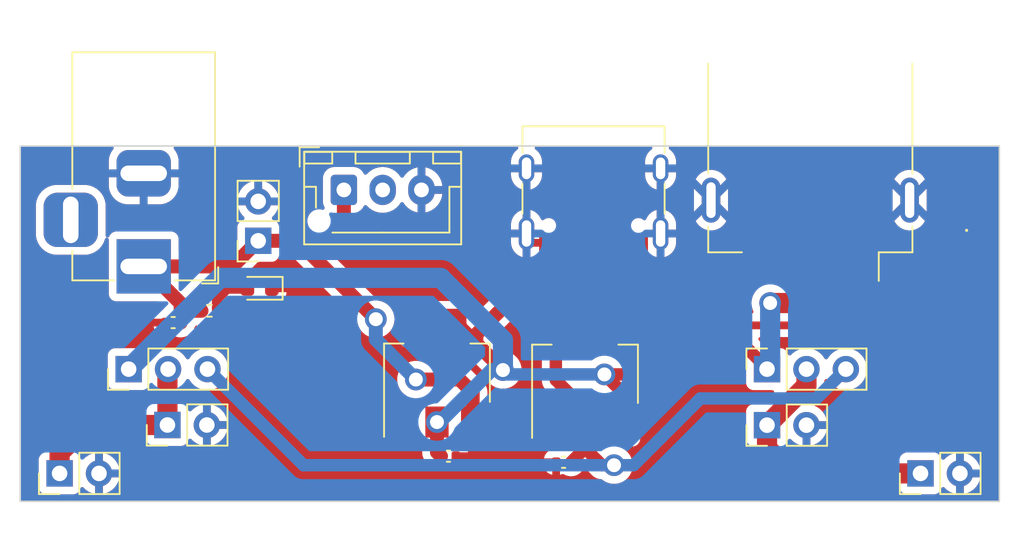
<source format=kicad_pcb>
(kicad_pcb (version 20221018) (generator pcbnew)
  (layers (0 "F.Cu" signal) (31 "B.Cu" signal) (34 "B.Paste" user) (35 "F.Paste" user) (36 "B.SilkS" user "B.Silkscreen") (37 "F.SilkS" user "F.Silkscreen") (38 "B.Mask" user) (39 "F.Mask" user) (44 "Edge.Cuts" user))
  (net 0 "")
  (net 1 "VDD")
  (net 2 "GND")
  (net 3 "+5V")
  (net 4 "+3.3V")
  (net 5 "Net-(D1-A)")
  (net 15 "/OUTPUT_VDD_1")
  (net 16 "/OUTPUT_VDD_2")
  (footprint "Connector_PinHeader_2.54mm:PinHeader_1x03_P2.54mm_Vertical" (layer "F.Cu") (at 51.59 50.38 90)
    (fp_text reference "J5" hide)
    (fp_text value "Conn_01x03")
    (fp_line (start -1.33 -1.33) (end 0 -1.33) (stroke (width 0.12)) (layer "F.SilkS"))
    (fp_line (start -1.33 0) (end -1.33 -1.33) (stroke (width 0.12)) (layer "F.SilkS"))
    (fp_line (start -1.33 1.27) (end -1.33 6.41) (stroke (width 0.12)) (layer "F.SilkS"))
    (fp_line (start -1.33 1.27) (end 1.33 1.27) (stroke (width 0.12)) (layer "F.SilkS"))
    (fp_line (start -1.33 6.41) (end 1.33 6.41) (stroke (width 0.12)) (layer "F.SilkS"))
    (fp_line (start 1.33 1.27) (end 1.33 6.41) (stroke (width 0.12)) (layer "F.SilkS"))
    (pad "1" thru_hole rect (at 0 0 90) (size 1.7 1.7) (drill 1) (layers "*.Cu" "*.Mask") (net 3 "+5V"))
    (pad "2" thru_hole oval (at 0 2.54 90) (size 1.7 1.7) (drill 1) (layers "*.Cu" "*.Mask") (net 15 "/OUTPUT_VDD_1"))
    (pad "3" thru_hole oval (at 0 5.08 90) (size 1.7 1.7) (drill 1) (layers "*.Cu" "*.Mask") (net 4 "+3.3V"))
  )
  (footprint "Connector_PinHeader_2.54mm:PinHeader_1x02_P2.54mm_Vertical" (layer "F.Cu") (at 54.09 53.98 90)
    (fp_text reference "J8" hide)
    (fp_text value "Conn_01x02")
    (fp_line (start -1.33 -1.33) (end 0 -1.33) (stroke (width 0.12)) (layer "F.SilkS"))
    (fp_line (start -1.33 0) (end -1.33 -1.33) (stroke (width 0.12)) (layer "F.SilkS"))
    (fp_line (start -1.33 1.27) (end -1.33 3.87) (stroke (width 0.12)) (layer "F.SilkS"))
    (fp_line (start -1.33 1.27) (end 1.33 1.27) (stroke (width 0.12)) (layer "F.SilkS"))
    (fp_line (start -1.33 3.87) (end 1.33 3.87) (stroke (width 0.12)) (layer "F.SilkS"))
    (fp_line (start 1.33 1.27) (end 1.33 3.87) (stroke (width 0.12)) (layer "F.SilkS"))
    (pad "1" thru_hole rect (at 0 0 90) (size 1.7 1.7) (drill 1) (layers "*.Cu" "*.Mask") (net 15 "/OUTPUT_VDD_1"))
    (pad "2" thru_hole oval (at 0 2.54 90) (size 1.7 1.7) (drill 1) (layers "*.Cu" "*.Mask") (net 2 "GND"))
  )
  (footprint "LED_SMD:LED_0402_1005Metric" (layer "F.Cu") (at 105.59 42.525 -90)
    (fp_text reference "D2" hide)
    (fp_text value "GREEN")
    (fp_circle (center -1.09 0) (end -1.04 0) (stroke (width 0.1)) (fill none) (layer "F.SilkS"))
    (pad "1" smd roundrect (at -0.485 0 270) (size 0.59 0.64) (layers "F.Cu" "F.Paste" "F.Mask") (net 2 "GND"))
    (pad "2" smd roundrect (at 0.485 0 270) (size 0.59 0.64) (layers "F.Cu" "F.Paste" "F.Mask") (net 4 "+3.3V"))
  )
  (footprint "Connector_USB:USB_C_Receptacle_G-Switch_GT-USB-7010ASV" (layer "F.Cu") (at 81.55 38.515 180)
    (fp_text reference "J2" hide)
    (fp_text value "USB_C_Receptacle_USB2.0")
    (fp_line (start -4.58 -1.85) (end -4.58 0.07) (stroke (width 0.12)) (layer "F.SilkS"))
    (fp_line (start -4.58 3.785) (end -4.58 2.08) (stroke (width 0.12)) (layer "F.SilkS"))
    (fp_line (start 4.58 0.07) (end 4.58 -1.85) (stroke (width 0.12)) (layer "F.SilkS"))
    (fp_line (start 4.58 2.08) (end 4.58 3.785) (stroke (width 0.12)) (layer "F.SilkS"))
    (fp_line (start 4.58 3.785) (end -4.58 3.785) (stroke (width 0.12)) (layer "F.SilkS"))
    (pad "" np_thru_hole circle (at -2.89 -2.605 180) (size 0.65 0.65) (drill 0.65) (layers "*.Cu" "*.Mask"))
    (pad "" np_thru_hole circle (at 2.89 -2.605 180) (size 0.65 0.65) (drill 0.65) (layers "*.Cu" "*.Mask"))
    (pad "A1" smd rect (at -3.2 -3.725 180) (size 0.6 1.24) (layers "F.Cu" "F.Paste" "F.Mask") (net 2 "GND"))
    (pad "A4" smd rect (at -2.4 -3.725 180) (size 0.6 1.24) (layers "F.Cu" "F.Paste" "F.Mask") (net 3 "+5V"))
    (pad "A5" smd rect (at -1.25 -3.725 180) (size 0.3 1.24) (layers "F.Cu" "F.Paste" "F.Mask") (net 2 "GND"))
    (pad "A6" smd rect (at -0.25 -3.725 180) (size 0.3 1.24) (layers "F.Cu" "F.Paste" "F.Mask"))
    (pad "A7" smd rect (at 0.25 -3.725 180) (size 0.3 1.24) (layers "F.Cu" "F.Paste" "F.Mask"))
    (pad "A8" smd rect (at 1.25 -3.725 180) (size 0.3 1.24) (layers "F.Cu" "F.Paste" "F.Mask"))
    (pad "A9" smd rect (at 2.4 -3.725 180) (size 0.6 1.24) (layers "F.Cu" "F.Paste" "F.Mask") (net 3 "+5V"))
    (pad "A12" smd rect (at 3.2 -3.725 180) (size 0.6 1.24) (layers "F.Cu" "F.Paste" "F.Mask") (net 2 "GND"))
    (pad "B1" smd rect (at 3.2 -3.725 180) (size 0.6 1.24) (layers "F.Cu" "F.Paste" "F.Mask") (net 2 "GND"))
    (pad "B4" smd rect (at 2.4 -3.725 180) (size 0.6 1.24) (layers "F.Cu" "F.Paste" "F.Mask") (net 3 "+5V"))
    (pad "B5" smd rect (at 1.75 -3.725 180) (size 0.3 1.24) (layers "F.Cu" "F.Paste" "F.Mask") (net 2 "GND"))
    (pad "B6" smd rect (at 0.75 -3.725 180) (size 0.3 1.24) (layers "F.Cu" "F.Paste" "F.Mask"))
    (pad "B7" smd rect (at -0.75 -3.725 180) (size 0.3 1.24) (layers "F.Cu" "F.Paste" "F.Mask"))
    (pad "B8" smd rect (at -1.75 -3.725 180) (size 0.3 1.24) (layers "F.Cu" "F.Paste" "F.Mask"))
    (pad "B9" smd rect (at -2.4 -3.725 180) (size 0.6 1.24) (layers "F.Cu" "F.Paste" "F.Mask") (net 3 "+5V"))
    (pad "B12" smd rect (at -3.2 -3.725 180) (size 0.6 1.24) (layers "F.Cu" "F.Paste" "F.Mask") (net 2 "GND"))
    (pad "S1" thru_hole oval (at -4.32 -3.125 180) (size 1 2.1) (drill oval 0.6 1.7) (layers "*.Cu" "*.Mask") (net 2 "GND"))
    (pad "S1" thru_hole oval (at -4.32 1.075 180) (size 1 1.8) (drill oval 0.6 1.4) (layers "*.Cu" "*.Mask") (net 2 "GND"))
    (pad "S1" thru_hole oval (at 4.32 -3.125 180) (size 1 2.1) (drill oval 0.6 1.7) (layers "*.Cu" "*.Mask") (net 2 "GND"))
    (pad "S1" thru_hole oval (at 4.32 1.075 180) (size 1 1.8) (drill oval 0.6 1.4) (layers "*.Cu" "*.Mask") (net 2 "GND"))
  )
  (footprint "Connector_PinSocket_2.54mm:PinSocket_1x03_P2.54mm_Vertical" (layer "F.Cu") (at 92.73 50.38 90)
    (fp_text reference "J7" hide)
    (fp_text value "Conn_01x03")
    (fp_line (start -1.33 1.27) (end -1.33 6.41) (stroke (width 0.12)) (layer "F.SilkS"))
    (fp_line (start -1.33 1.27) (end 1.33 1.27) (stroke (width 0.12)) (layer "F.SilkS"))
    (fp_line (start -1.33 6.41) (end 1.33 6.41) (stroke (width 0.12)) (layer "F.SilkS"))
    (fp_line (start 0 -1.33) (end 1.33 -1.33) (stroke (width 0.12)) (layer "F.SilkS"))
    (fp_line (start 1.33 -1.33) (end 1.33 0) (stroke (width 0.12)) (layer "F.SilkS"))
    (fp_line (start 1.33 1.27) (end 1.33 6.41) (stroke (width 0.12)) (layer "F.SilkS"))
    (pad "1" thru_hole rect (at 0 0 90) (size 1.7 1.7) (drill 1) (layers "*.Cu" "*.Mask") (net 3 "+5V"))
    (pad "2" thru_hole oval (at 0 2.54 90) (size 1.7 1.7) (drill 1) (layers "*.Cu" "*.Mask") (net 16 "/OUTPUT_VDD_2"))
    (pad "3" thru_hole oval (at 0 5.08 90) (size 1.7 1.7) (drill 1) (layers "*.Cu" "*.Mask") (net 4 "+3.3V"))
  )
  (footprint "Package_TO_SOT_SMD:SOT-223-3_TabPin2" (layer "F.Cu") (at 81 50.71 90)
    (fp_text reference "U2" hide)
    (fp_text value "AMS1117-3.3")
    (fp_line (start -4.1 -3.41) (end 1.91 -3.41) (stroke (width 0.12)) (layer "F.SilkS"))
    (fp_line (start -1.85 3.41) (end 1.91 3.41) (stroke (width 0.12)) (layer "F.SilkS"))
    (fp_line (start 1.91 -3.41) (end 1.91 -2.15) (stroke (width 0.12)) (layer "F.SilkS"))
    (fp_line (start 1.91 3.41) (end 1.91 2.15) (stroke (width 0.12)) (layer "F.SilkS"))
    (pad "1" smd rect (at -3.15 -2.3 90) (size 2 1.5) (layers "F.Cu" "F.Paste" "F.Mask") (net 2 "GND"))
    (pad "2" smd rect (at -3.15 0 90) (size 2 1.5) (layers "F.Cu" "F.Paste" "F.Mask") (net 4 "+3.3V"))
    (pad "2" smd rect (at 3.15 0 90) (size 2 3.8) (layers "F.Cu" "F.Paste" "F.Mask") (net 4 "+3.3V"))
    (pad "3" smd rect (at -3.15 2.3 90) (size 2 1.5) (layers "F.Cu" "F.Paste" "F.Mask") (net 3 "+5V"))
  )
  (footprint "Connector_PinHeader_2.54mm:PinHeader_1x02_P2.54mm_Vertical" (layer "F.Cu") (at 92.73 53.99 90)
    (fp_text reference "J9" hide)
    (fp_text value "Conn_01x02")
    (fp_line (start -1.33 -1.33) (end 0 -1.33) (stroke (width 0.12)) (layer "F.SilkS"))
    (fp_line (start -1.33 0) (end -1.33 -1.33) (stroke (width 0.12)) (layer "F.SilkS"))
    (fp_line (start -1.33 1.27) (end -1.33 3.87) (stroke (width 0.12)) (layer "F.SilkS"))
    (fp_line (start -1.33 1.27) (end 1.33 1.27) (stroke (width 0.12)) (layer "F.SilkS"))
    (fp_line (start -1.33 3.87) (end 1.33 3.87) (stroke (width 0.12)) (layer "F.SilkS"))
    (fp_line (start 1.33 1.27) (end 1.33 3.87) (stroke (width 0.12)) (layer "F.SilkS"))
    (pad "1" thru_hole rect (at 0 0 90) (size 1.7 1.7) (drill 1) (layers "*.Cu" "*.Mask") (net 16 "/OUTPUT_VDD_2"))
    (pad "2" thru_hole oval (at 0 2.54 90) (size 1.7 1.7) (drill 1) (layers "*.Cu" "*.Mask") (net 2 "GND"))
  )
  (footprint "Connector_BarrelJack:BarrelJack_Horizontal" (layer "F.Cu") (at 52.56 43.76 -90)
    (fp_text reference "J1" hide)
    (fp_text value "Barrel_Jack_MountingPin")
    (fp_line (start -13.8 -4.6) (end 0.9 -4.6) (stroke (width 0.12)) (layer "F.SilkS"))
    (fp_line (start -13.8 4.6) (end -13.8 -4.6) (stroke (width 0.12)) (layer "F.SilkS"))
    (fp_line (start -5 4.6) (end -13.8 4.6) (stroke (width 0.12)) (layer "F.SilkS"))
    (fp_line (start 0.05 -4.8) (end 1.1 -4.8) (stroke (width 0.12)) (layer "F.SilkS"))
    (fp_line (start 0.9 -4.6) (end 0.9 -2) (stroke (width 0.12)) (layer "F.SilkS"))
    (fp_line (start 0.9 1.9) (end 0.9 4.6) (stroke (width 0.12)) (layer "F.SilkS"))
    (fp_line (start 0.9 4.6) (end -1 4.6) (stroke (width 0.12)) (layer "F.SilkS"))
    (fp_line (start 1.1 -3.75) (end 1.1 -4.8) (stroke (width 0.12)) (layer "F.SilkS"))
    (pad "1" thru_hole rect (at 0 0 270) (size 3.5 3.5) (drill oval 1 3) (layers "*.Cu" "*.Mask") (net 1 "VDD"))
    (pad "2" thru_hole roundrect (at -6 0 270) (size 3 3.5) (drill oval 1 3) (layers "*.Cu" "*.Mask") (net 2 "GND"))
    (pad "3" thru_hole roundrect (at -3 4.7 270) (size 3.5 3.5) (drill oval 3 1) (layers "*.Cu" "*.Mask"))
  )
  (footprint "Package_TO_SOT_SMD:SOT-223-3_TabPin2" (layer "F.Cu") (at 71.46 50.64 90)
    (fp_text reference "U1" hide)
    (fp_text value "AMS1117-5.0")
    (fp_line (start -4.1 -3.41) (end 1.91 -3.41) (stroke (width 0.12)) (layer "F.SilkS"))
    (fp_line (start -1.85 3.41) (end 1.91 3.41) (stroke (width 0.12)) (layer "F.SilkS"))
    (fp_line (start 1.91 -3.41) (end 1.91 -2.15) (stroke (width 0.12)) (layer "F.SilkS"))
    (fp_line (start 1.91 3.41) (end 1.91 2.15) (stroke (width 0.12)) (layer "F.SilkS"))
    (pad "1" smd rect (at -3.15 -2.3 90) (size 2 1.5) (layers "F.Cu" "F.Paste" "F.Mask") (net 2 "GND"))
    (pad "2" smd rect (at -3.15 0 90) (size 2 1.5) (layers "F.Cu" "F.Paste" "F.Mask") (net 3 "+5V"))
    (pad "2" smd rect (at 3.15 0 90) (size 2 3.8) (layers "F.Cu" "F.Paste" "F.Mask") (net 3 "+5V"))
    (pad "3" smd rect (at -3.15 2.3 90) (size 2 1.5) (layers "F.Cu" "F.Paste" "F.Mask") (net 1 "VDD"))
  )
  (footprint "Connector_PinHeader_2.54mm:PinHeader_1x02_P2.54mm_Vertical" (layer "F.Cu") (at 102.62 57.1 90)
    (fp_text reference "J10" hide)
    (fp_text value "Conn_01x02")
    (fp_line (start -1.33 -1.33) (end 0 -1.33) (stroke (width 0.12)) (layer "F.SilkS"))
    (fp_line (start -1.33 0) (end -1.33 -1.33) (stroke (width 0.12)) (layer "F.SilkS"))
    (fp_line (start -1.33 1.27) (end -1.33 3.87) (stroke (width 0.12)) (layer "F.SilkS"))
    (fp_line (start -1.33 1.27) (end 1.33 1.27) (stroke (width 0.12)) (layer "F.SilkS"))
    (fp_line (start -1.33 3.87) (end 1.33 3.87) (stroke (width 0.12)) (layer "F.SilkS"))
    (fp_line (start 1.33 1.27) (end 1.33 3.87) (stroke (width 0.12)) (layer "F.SilkS"))
    (pad "1" thru_hole rect (at 0 0 90) (size 1.7 1.7) (drill 1) (layers "*.Cu" "*.Mask") (net 16 "/OUTPUT_VDD_2"))
    (pad "2" thru_hole oval (at 0 2.54 90) (size 1.7 1.7) (drill 1) (layers "*.Cu" "*.Mask") (net 2 "GND"))
  )
  (footprint "Capacitor_SMD:C_0402_1005Metric" (layer "F.Cu") (at 54.46 47.38 180)
    (fp_text reference "C1" hide)
    (fp_text value "22u")
    (fp_line (start -0.107836 -0.36) (end 0.107836 -0.36) (stroke (width 0.12)) (layer "F.SilkS"))
    (fp_line (start -0.107836 0.36) (end 0.107836 0.36) (stroke (width 0.12)) (layer "F.SilkS"))
    (pad "1" smd roundrect (at -0.48 0 180) (size 0.56 0.62) (layers "F.Cu" "F.Paste" "F.Mask") (net 1 "VDD"))
    (pad "2" smd roundrect (at 0.48 0 180) (size 0.56 0.62) (layers "F.Cu" "F.Paste" "F.Mask") (net 2 "GND"))
  )
  (footprint "Diode_SMD:D_0603_1608Metric" (layer "F.Cu") (at 60.03 45.17 180)
    (fp_text reference "D1" hide)
    (fp_text value "D")
    (fp_line (start -1.485 -0.735) (end -1.485 0.735) (stroke (width 0.12)) (layer "F.SilkS"))
    (fp_line (start -1.485 0.735) (end 0.8 0.735) (stroke (width 0.12)) (layer "F.SilkS"))
    (fp_line (start 0.8 -0.735) (end -1.485 -0.735) (stroke (width 0.12)) (layer "F.SilkS"))
    (pad "1" smd roundrect (at -0.7875 0 180) (size 0.875 0.95) (layers "F.Cu" "F.Paste" "F.Mask") (net 2 "GND"))
    (pad "2" smd roundrect (at 0.7875 0 180) (size 0.875 0.95) (layers "F.Cu" "F.Paste" "F.Mask") (net 5 "Net-(D1-A)"))
  )
  (footprint "Connector_JST:JST_XH_B3B-XH-AM_1x03_P2.50mm_Vertical" (layer "F.Cu") (at 65.46 38.83)
    (fp_text reference "J4" hide)
    (fp_text value "Conn_01x03_Socket")
    (fp_line (start -2.85 -2.75) (end -2.85 -1.5) (stroke (width 0.12)) (layer "F.SilkS"))
    (fp_line (start -2.56 -2.46) (end -2.56 3.51) (stroke (width 0.12)) (layer "F.SilkS"))
    (fp_line (start -2.56 3.51) (end 7.56 3.51) (stroke (width 0.12)) (layer "F.SilkS"))
    (fp_line (start -2.55 -2.45) (end -2.55 -1.7) (stroke (width 0.12)) (layer "F.SilkS"))
    (fp_line (start -2.55 -1.7) (end -0.75 -1.7) (stroke (width 0.12)) (layer "F.SilkS"))
    (fp_line (start -2.55 -0.2) (end -1.8 -0.2) (stroke (width 0.12)) (layer "F.SilkS"))
    (fp_line (start -1.8 -0.2) (end -1.8 1.14) (stroke (width 0.12)) (layer "F.SilkS"))
    (fp_line (start -1.6 -2.75) (end -2.85 -2.75) (stroke (width 0.12)) (layer "F.SilkS"))
    (fp_line (start -0.75 -2.45) (end -2.55 -2.45) (stroke (width 0.12)) (layer "F.SilkS"))
    (fp_line (start -0.75 -1.7) (end -0.75 -2.45) (stroke (width 0.12)) (layer "F.SilkS"))
    (fp_line (start 0.75 -2.45) (end 0.75 -1.7) (stroke (width 0.12)) (layer "F.SilkS"))
    (fp_line (start 0.75 -1.7) (end 4.25 -1.7) (stroke (width 0.12)) (layer "F.SilkS"))
    (fp_line (start 2.5 2.75) (end -0.74 2.75) (stroke (width 0.12)) (layer "F.SilkS"))
    (fp_line (start 4.25 -2.45) (end 0.75 -2.45) (stroke (width 0.12)) (layer "F.SilkS"))
    (fp_line (start 4.25 -1.7) (end 4.25 -2.45) (stroke (width 0.12)) (layer "F.SilkS"))
    (fp_line (start 5.75 -2.45) (end 5.75 -1.7) (stroke (width 0.12)) (layer "F.SilkS"))
    (fp_line (start 5.75 -1.7) (end 7.55 -1.7) (stroke (width 0.12)) (layer "F.SilkS"))
    (fp_line (start 6.8 -0.2) (end 6.8 2.75) (stroke (width 0.12)) (layer "F.SilkS"))
    (fp_line (start 6.8 2.75) (end 2.5 2.75) (stroke (width 0.12)) (layer "F.SilkS"))
    (fp_line (start 7.55 -2.45) (end 5.75 -2.45) (stroke (width 0.12)) (layer "F.SilkS"))
    (fp_line (start 7.55 -1.7) (end 7.55 -2.45) (stroke (width 0.12)) (layer "F.SilkS"))
    (fp_line (start 7.55 -0.2) (end 6.8 -0.2) (stroke (width 0.12)) (layer "F.SilkS"))
    (fp_line (start 7.56 -2.46) (end -2.56 -2.46) (stroke (width 0.12)) (layer "F.SilkS"))
    (fp_line (start 7.56 3.51) (end 7.56 -2.46) (stroke (width 0.12)) (layer "F.SilkS"))
    (pad "" np_thru_hole circle (at -1.6 2) (size 1.2 1.2) (drill 1.2) (layers "*.Cu" "*.Mask"))
    (pad "1" thru_hole roundrect (at 0 0) (size 1.7 1.95) (drill 0.95) (layers "*.Cu" "*.Mask") (roundrect_rratio 0.147059) (net 1 "VDD"))
    (pad "2" thru_hole oval (at 2.5 0) (size 1.7 1.95) (drill 0.95) (layers "*.Cu" "*.Mask"))
    (pad "3" thru_hole oval (at 5 0) (size 1.7 1.95) (drill 0.95) (layers "*.Cu" "*.Mask") (net 2 "GND"))
  )
  (footprint "Capacitor_SMD:C_0402_1005Metric" (layer "F.Cu") (at 79.62 56.38 180)
    (fp_text reference "C3" hide)
    (fp_text value "12uF")
    (fp_line (start -0.107836 -0.36) (end 0.107836 -0.36) (stroke (width 0.12)) (layer "F.SilkS"))
    (fp_line (start -0.107836 0.36) (end 0.107836 0.36) (stroke (width 0.12)) (layer "F.SilkS"))
    (pad "1" smd roundrect (at -0.48 0 180) (size 0.56 0.62) (layers "F.Cu" "F.Paste" "F.Mask") (net 4 "+3.3V"))
    (pad "2" smd roundrect (at 0.48 0 180) (size 0.56 0.62) (layers "F.Cu" "F.Paste" "F.Mask") (net 2 "GND"))
  )
  (footprint "Connector_PinSocket_2.54mm:PinSocket_1x02_P2.54mm_Vertical" (layer "F.Cu") (at 59.94 42.11 180)
    (fp_text reference "J6" hide)
    (fp_text value "Conn_01x02")
    (fp_line (start -1.33 1.27) (end -1.33 3.87) (stroke (width 0.12)) (layer "F.SilkS"))
    (fp_line (start -1.33 1.27) (end 1.33 1.27) (stroke (width 0.12)) (layer "F.SilkS"))
    (fp_line (start -1.33 3.87) (end 1.33 3.87) (stroke (width 0.12)) (layer "F.SilkS"))
    (fp_line (start 0 -1.33) (end 1.33 -1.33) (stroke (width 0.12)) (layer "F.SilkS"))
    (fp_line (start 1.33 -1.33) (end 1.33 0) (stroke (width 0.12)) (layer "F.SilkS"))
    (fp_line (start 1.33 1.27) (end 1.33 3.87) (stroke (width 0.12)) (layer "F.SilkS"))
    (pad "1" thru_hole rect (at 0 0 180) (size 1.7 1.7) (drill 1) (layers "*.Cu" "*.Mask") (net 1 "VDD"))
    (pad "2" thru_hole oval (at 0 2.54 180) (size 1.7 1.7) (drill 1) (layers "*.Cu" "*.Mask") (net 2 "GND"))
  )
  (footprint "Connector_USB:USB_A_Receptacle_GCT_USB1046" (layer "F.Cu") (at 95.52 35.94 180)
    (fp_text reference "J3" hide)
    (fp_text value "USB_A")
    (fp_line (start -6.58 -6.91) (end -6.58 -5.26) (stroke (width 0.12)) (layer "F.SilkS"))
    (fp_line (start -6.58 -1.84) (end -6.58 5.25) (stroke (width 0.12)) (layer "F.SilkS"))
    (fp_line (start -4.41 -6.91) (end -6.58 -6.91) (stroke (width 0.12)) (layer "F.SilkS"))
    (fp_line (start -4.41 -6.91) (end -4.41 -8.75) (stroke (width 0.12)) (layer "F.SilkS"))
    (fp_line (start 4.41 -6.91) (end 6.58 -6.91) (stroke (width 0.12)) (layer "F.SilkS"))
    (fp_line (start 6.58 -6.91) (end 6.58 -5.26) (stroke (width 0.12)) (layer "F.SilkS"))
    (fp_line (start 6.58 -1.84) (end 6.58 5.25) (stroke (width 0.12)) (layer "F.SilkS"))
    (pad "1" smd roundrect (at -3.5 -7.25 180) (size 1.3 3) (layers "F.Cu" "F.Paste" "F.Mask") (net 3 "+5V"))
    (pad "2" smd roundrect (at -1 -7.25 180) (size 1.3 3) (layers "F.Cu" "F.Paste" "F.Mask"))
    (pad "3" smd roundrect (at 1 -7.25 180) (size 1.3 3) (layers "F.Cu" "F.Paste" "F.Mask"))
    (pad "4" smd roundrect (at 3.5 -7.25 180) (size 1.3 3) (layers "F.Cu" "F.Paste" "F.Mask") (net 2 "GND"))
    (pad "5" thru_hole oval (at -6.4 -3.55 180) (size 1.2 2.9) (drill oval 0.6 2.3) (layers "*.Cu" "*.Mask") (net 2 "GND"))
    (pad "5" thru_hole oval (at 6.4 -3.55 180) (size 1.2 2.9) (drill oval 0.6 2.3) (layers "*.Cu" "*.Mask") (net 2 "GND"))
  )
  (footprint "Resistor_SMD:R_0402_1005Metric" (layer "F.Cu") (at 56.795 46.62)
    (fp_text reference "R1" hide)
    (fp_text value "3")
    (fp_line (start -0.153641 -0.38) (end 0.153641 -0.38) (stroke (width 0.12)) (layer "F.SilkS"))
    (fp_line (start -0.153641 0.38) (end 0.153641 0.38) (stroke (width 0.12)) (layer "F.SilkS"))
    (pad "1" smd roundrect (at -0.51 0) (size 0.54 0.64) (layers "F.Cu" "F.Paste" "F.Mask") (net 1 "VDD"))
    (pad "2" smd roundrect (at 0.51 0) (size 0.54 0.64) (layers "F.Cu" "F.Paste" "F.Mask") (net 5 "Net-(D1-A)"))
  )
  (footprint "Connector_PinHeader_2.54mm:PinHeader_1x02_P2.54mm_Vertical" (layer "F.Cu") (at 47.14 57.1 90)
    (fp_text reference "J11" hide)
    (fp_text value "Conn_01x02")
    (fp_line (start -1.33 -1.33) (end 0 -1.33) (stroke (width 0.12)) (layer "F.SilkS"))
    (fp_line (start -1.33 0) (end -1.33 -1.33) (stroke (width 0.12)) (layer "F.SilkS"))
    (fp_line (start -1.33 1.27) (end -1.33 3.87) (stroke (width 0.12)) (layer "F.SilkS"))
    (fp_line (start -1.33 1.27) (end 1.33 1.27) (stroke (width 0.12)) (layer "F.SilkS"))
    (fp_line (start -1.33 3.87) (end 1.33 3.87) (stroke (width 0.12)) (layer "F.SilkS"))
    (fp_line (start 1.33 1.27) (end 1.33 3.87) (stroke (width 0.12)) (layer "F.SilkS"))
    (pad "1" thru_hole rect (at 0 0 90) (size 1.7 1.7) (drill 1) (layers "*.Cu" "*.Mask") (net 15 "/OUTPUT_VDD_1"))
    (pad "2" thru_hole oval (at 0 2.54 90) (size 1.7 1.7) (drill 1) (layers "*.Cu" "*.Mask") (net 2 "GND"))
  )
  (footprint "Capacitor_SMD:C_0402_1005Metric" (layer "F.Cu") (at 72.2 55.99)
    (fp_text reference "C2" hide)
    (fp_text value "8uF")
    (fp_line (start -0.107836 -0.36) (end 0.107836 -0.36) (stroke (width 0.12)) (layer "F.SilkS"))
    (fp_line (start -0.107836 0.36) (end 0.107836 0.36) (stroke (width 0.12)) (layer "F.SilkS"))
    (pad "1" smd roundrect (at -0.48 0) (size 0.56 0.62) (layers "F.Cu" "F.Paste" "F.Mask") (net 3 "+5V"))
    (pad "2" smd roundrect (at 0.48 0) (size 0.56 0.62) (layers "F.Cu" "F.Paste" "F.Mask") (net 2 "GND"))
  )
  (gr_rect (start 44.6 36) (end 107.7 58.9) (stroke (width 0.1)) (fill none) (layer "Edge.Cuts"))
  (segment (start 52.56 43.76) (end 58.29 43.76) (width 0.9) (layer "F.Cu") (net 1))
  (segment (start 65.46 41.09) (end 65.46 38.83) (width 0.9) (layer "F.Cu") (net 1))
  (segment (start 55.42 46.62) (end 52.56 43.76) (width 0.9) (layer "F.Cu") (net 1))
  (segment (start 56.285 46.62) (end 55.42 46.62) (width 0.9) (layer "F.Cu") (net 1))
  (segment (start 73.76 51.89) (end 73.76 53.79) (width 0.9) (layer "F.Cu") (net 1))
  (segment (start 54.94 46.14) (end 52.56 43.76) (width 0.9) (layer "F.Cu") (net 1))
  (segment (start 59.94 42.11) (end 62.47 42.11) (width 0.9) (layer "F.Cu") (net 1))
  (segment (start 70.1 51.05) (end 72.92 51.05) (width 0.9) (layer "F.Cu") (net 1))
  (segment (start 64.42 42.13) (end 65.46 41.09) (width 0.9) (layer "F.Cu") (net 1))
  (segment (start 54.94 47.38) (end 54.94 46.14) (width 0.9) (layer "F.Cu") (net 1))
  (segment (start 62.47 42.11) (end 67.52 47.16) (width 0.9) (layer "F.Cu") (net 1))
  (segment (start 62.47 42.11) (end 62.49 42.13) (width 0.9) (layer "F.Cu") (net 1))
  (segment (start 58.29 43.76) (end 59.94 42.11) (width 0.9) (layer "F.Cu") (net 1))
  (segment (start 62.49 42.13) (end 64.42 42.13) (width 0.9) (layer "F.Cu") (net 1))
  (segment (start 72.92 51.05) (end 73.76 51.89) (width 0.9) (layer "F.Cu") (net 1))
  (via (at 70.1 51.05) (size 1.4) (drill 0.9) (layers "F.Cu" "B.Cu") (net 1))
  (via (at 67.52 47.16) (size 1.4) (drill 0.9) (layers "F.Cu" "B.Cu") (net 1))
  (segment (start 67.52 47.16) (end 67.52 48.47) (width 0.9) (layer "B.Cu") (net 1))
  (segment (start 67.52 48.47) (end 70.1 51.05) (width 0.9) (layer "B.Cu") (net 1))
  (segment (start 82.8 40.95) (end 82.52 40.67) (width 0.2) (layer "F.Cu") (net 2))
  (segment (start 79.8 41.37) (end 80.22 40.95) (width 0.2) (layer "F.Cu") (net 2))
  (segment (start 79.8 42.24) (end 79.8 41.37) (width 0.2) (layer "F.Cu") (net 2))
  (segment (start 82.8 42.24) (end 82.8 40.95) (width 0.2) (layer "F.Cu") (net 2))
  (segment (start 80.22 40.95) (end 80.22 40.77) (width 0.2) (layer "F.Cu") (net 2))
  (segment (start 83.3 53.86) (end 83.3 51.77) (width 0.8) (layer "F.Cu") (net 3))
  (segment (start 74 48.73) (end 74 48.13) (width 0.9) (layer "F.Cu") (net 3))
  (segment (start 84.23 50.72) (end 86.38 48.57) (width 0.8) (layer "F.Cu") (net 3))
  (segment (start 79.41 43.42) (end 79.98 43.99) (width 0.4) (layer "F.Cu") (net 3))
  (segment (start 82.25 50.72) (end 84.23 50.72) (width 0.8) (layer "F.Cu") (net 3))
  (segment (start 90.98 48.57) (end 92.73 50.32) (width 0.8) (layer "F.Cu") (net 3))
  (segment (start 71.46 55.73) (end 71.72 55.99) (width 0.9) (layer "F.Cu") (net 3))
  (segment (start 83.22 43.99) (end 83.95 43.26) (width 0.4) (layer "F.Cu") (net 3))
  (segment (start 86.38 48.57) (end 90.98 48.57) (width 0.8) (layer "F.Cu") (net 3))
  (segment (start 76.89 45.24) (end 78.73 45.24) (width 0.9) (layer "F.Cu") (net 3))
  (segment (start 73.18 47.49) (end 71.46 47.49) (width 0.4) (layer "F.Cu") (net 3))
  (segment (start 79.98 43.99) (end 83.22 43.99) (width 0.4) (layer "F.Cu") (net 3))
  (segment (start 99.02 43.19) (end 99.02 43.95) (width 1.3) (layer "F.Cu") (net 3))
  (segment (start 79.15 42.24) (end 79.15 43.16) (width 0.4) (layer "F.Cu") (net 3))
  (segment (start 83.3 51.77) (end 82.25 50.72) (width 0.8) (layer "F.Cu") (net 3))
  (segment (start 92.73 50.32) (end 92.73 50.38) (width 0.8) (layer "F.Cu") (net 3))
  (segment (start 79.15 43.16) (end 79.41 43.42) (width 0.4) (layer "F.Cu") (net 3))
  (segment (start 78.73 45.24) (end 79.98 43.99) (width 0.9) (layer "F.Cu") (net 3))
  (segment (start 71.46 53.79) (end 71.46 55.73) (width 0.9) (layer "F.Cu") (net 3))
  (segment (start 74 48.13) (end 76.89 45.24) (width 0.9) (layer "F.Cu") (net 3))
  (segment (start 96.85 46.12) (end 92.93 46.12) (width 1.3) (layer "F.Cu") (net 3))
  (segment (start 72.76 47.49) (end 74 48.73) (width 0.9) (layer "F.Cu") (net 3))
  (segment (start 99.02 43.95) (end 96.85 46.12) (width 1.3) (layer "F.Cu") (net 3))
  (segment (start 71.46 47.49) (end 72.76 47.49) (width 0.9) (layer "F.Cu") (net 3))
  (segment (start 83.95 43.26) (end 83.95 42.24) (width 0.4) (layer "F.Cu") (net 3))
  (segment (start 74 48.73) (end 75.71 50.44) (width 0.9) (layer "F.Cu") (net 3))
  (via (at 75.71 50.44) (size 1.4) (drill 0.9) (layers "F.Cu" "B.Cu") (net 3))
  (via (at 92.93 46.12) (size 1.4) (drill 0.9) (layers "F.Cu" "B.Cu") (net 3))
  (via (at 71.46 53.79) (size 1.4) (drill 0.9) (layers "F.Cu" "B.Cu") (net 3))
  (via (at 82.25 50.72) (size 1.4) (drill 0.9) (layers "F.Cu" "B.Cu") (net 3))
  (segment (start 51.59 50.38) (end 57.47 44.5) (width 1.3) (layer "B.Cu") (net 3))
  (segment (start 92.93 46.12) (end 92.93 50.18) (width 1.3) (layer "B.Cu") (net 3))
  (segment (start 74.98 50.44) (end 75.71 50.44) (width 0.9) (layer "B.Cu") (net 3))
  (segment (start 71.63 53.79) (end 74.98 50.44) (width 0.9) (layer "B.Cu") (net 3))
  (segment (start 71.46 53.79) (end 71.63 53.79) (width 0.9) (layer "B.Cu") (net 3))
  (segment (start 75.99 50.72) (end 75.71 50.44) (width 0.8) (layer "B.Cu") (net 3))
  (segment (start 71.7 44.5) (end 75.71 48.51) (width 1.3) (layer "B.Cu") (net 3))
  (segment (start 57.47 44.5) (end 71.7 44.5) (width 1.3) (layer "B.Cu") (net 3))
  (segment (start 92.93 50.18) (end 92.73 50.38) (width 1.3) (layer "B.Cu") (net 3))
  (segment (start 75.71 48.51) (end 75.71 50.44) (width 1.3) (layer "B.Cu") (net 3))
  (segment (start 82.25 50.72) (end 75.99 50.72) (width 0.8) (layer "B.Cu") (net 3))
  (segment (start 105.59 43.01) (end 101.04 47.56) (width 0.5) (layer "F.Cu") (net 4))
  (segment (start 81 53.86) (end 81 55.48) (width 0.8) (layer "F.Cu") (net 4))
  (segment (start 81 55.48) (end 82.09 56.57) (width 0.8) (layer "F.Cu") (net 4))
  (segment (start 81 53.86) (end 81 52.96) (width 0.8) (layer "F.Cu") (net 4))
  (segment (start 82.09 56.57) (end 82.87 56.57) (width 0.8) (layer "F.Cu") (net 4))
  (segment (start 81 55.48) (end 80.1 56.38) (width 0.8) (layer "F.Cu") (net 4))
  (segment (start 79.12 49.44) (end 81 47.56) (width 0.8) (layer "F.Cu") (net 4))
  (segment (start 81 52.96) (end 79.12 51.08) (width 0.8) (layer "F.Cu") (net 4))
  (segment (start 101.04 47.56) (end 81 47.56) (width 0.5) (layer "F.Cu") (net 4))
  (segment (start 79.12 51.08) (end 79.12 49.44) (width 0.8) (layer "F.Cu") (net 4))
  (via (at 82.87 56.57) (size 1.4) (drill 0.9) (layers "F.Cu" "B.Cu") (net 4))
  (segment (start 62.86 56.57) (end 56.67 50.38) (width 0.8) (layer "B.Cu") (net 4))
  (segment (start 82.87 56.57) (end 62.86 56.57) (width 0.8) (layer "B.Cu") (net 4))
  (segment (start 88.43 52.27) (end 95.92 52.27) (width 0.8) (layer "B.Cu") (net 4))
  (segment (start 84.13 56.57) (end 88.43 52.27) (width 0.8) (layer "B.Cu") (net 4))
  (segment (start 82.87 56.57) (end 84.13 56.57) (width 0.8) (layer "B.Cu") (net 4))
  (segment (start 95.92 52.27) (end 97.81 50.38) (width 0.8) (layer "B.Cu") (net 4))
  (segment (start 57.305 45.795) (end 57.93 45.17) (width 0.7) (layer "F.Cu") (net 5))
  (segment (start 57.93 45.17) (end 59.2425 45.17) (width 0.7) (layer "F.Cu") (net 5))
  (segment (start 57.305 46.62) (end 57.305 45.795) (width 0.7) (layer "F.Cu") (net 5))
  (segment (start 47.14 55.76) (end 48.92 53.98) (width 1.3) (layer "F.Cu") (net 15))
  (segment (start 47.14 57.1) (end 47.14 55.76) (width 1.3) (layer "F.Cu") (net 15))
  (segment (start 54.09 53.98) (end 54.09 50.42) (width 1.3) (layer "F.Cu") (net 15))
  (segment (start 48.92 53.98) (end 54.09 53.98) (width 1.3) (layer "F.Cu") (net 15))
  (segment (start 54.09 50.42) (end 54.13 50.38) (width 1.3) (layer "F.Cu") (net 15))
  (segment (start 94.35 57.1) (end 92.73 55.48) (width 1.3) (layer "F.Cu") (net 16))
  (segment (start 102.62 57.1) (end 94.35 57.1) (width 1.3) (layer "F.Cu") (net 16))
  (segment (start 92.73 55.48) (end 92.73 53.99) (width 1.3) (layer "F.Cu") (net 16))
  (segment (start 95.27 51.45) (end 95.27 50.38) (width 1.3) (layer "F.Cu") (net 16))
  (segment (start 92.73 53.99) (end 95.27 51.45) (width 1.3) (layer "F.Cu") (net 16))
  (zone (net 2) (net_name "GND") (layer "F.Cu") (connect_pads (clearance 0.5)) (min_thickness 0.25) (fill yes (thermal_gap 0.5) (thermal_bridge_width 0.5))
    (polygon (pts (xy 109.2 34.49) (xy 43.52 34.38) (xy 43.31 60.12) (xy 109.3 59.91) (xy 109.09 34.38)))
  )
  (zone (net 2) (net_name "GND") (layer "B.Cu") (priority 1) (connect_pads (clearance 0.5)) (min_thickness 0.25) (fill yes (thermal_gap 0.5) (thermal_bridge_width 0.5))
    (polygon (pts (xy 109.1 34.5) (xy 109.3 59.9) (xy 43.3 60.1) (xy 43.5 34.3)))
  )
)
</source>
